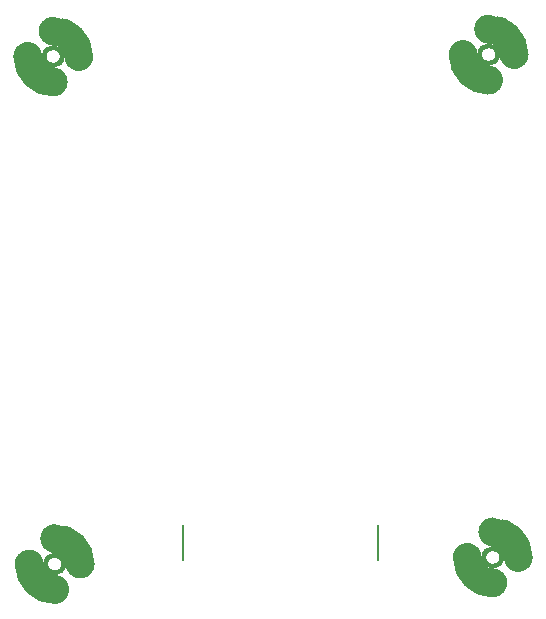
<source format=gbr>
%TF.GenerationSoftware,Altium Limited,Altium Designer,18.0.12 (696)*%
G04 Layer_Color=65535*
%FSLAX26Y26*%
%MOIN*%
%TF.FileFunction,Other,Assembly_Top*%
%TF.Part,Single*%
G01*
G75*
%TA.AperFunction,NonConductor*%
%ADD23C,0.018000*%
%ADD24C,0.098000*%
%ADD25C,0.008000*%
D23*
X1232360Y1186220D02*
G03*
X1232360Y1186220I-30000J0D01*
G01*
X2692680Y1208230D02*
G03*
X2692680Y1208230I-30000J0D01*
G01*
X1227390Y2878000D02*
G03*
X1227390Y2878000I-30000J0D01*
G01*
X2678680Y2884370D02*
G03*
X2678680Y2884370I-30000J0D01*
G01*
D24*
X1287360Y1186220D02*
G03*
X1202360Y1271220I-85000J0D01*
G01*
X1117360Y1186220D02*
G03*
X1202360Y1101220I85000J0D01*
G01*
X2747680Y1208230D02*
G03*
X2662680Y1293230I-85000J0D01*
G01*
X2577680Y1208230D02*
G03*
X2662680Y1123230I85000J0D01*
G01*
X1282390Y2878000D02*
G03*
X1197390Y2963000I-85000J0D01*
G01*
X1112390Y2878000D02*
G03*
X1197390Y2793000I85000J0D01*
G01*
X2733680Y2884370D02*
G03*
X2648680Y2969370I-85000J0D01*
G01*
X2563680Y2884370D02*
G03*
X2648680Y2799370I85000J0D01*
G01*
D25*
X2279130Y1199960D02*
Y1316890D01*
X1629530Y1199960D02*
Y1316890D01*
%TF.MD5,63f1f287116730d8a4403ddf35d37621*%
M02*

</source>
